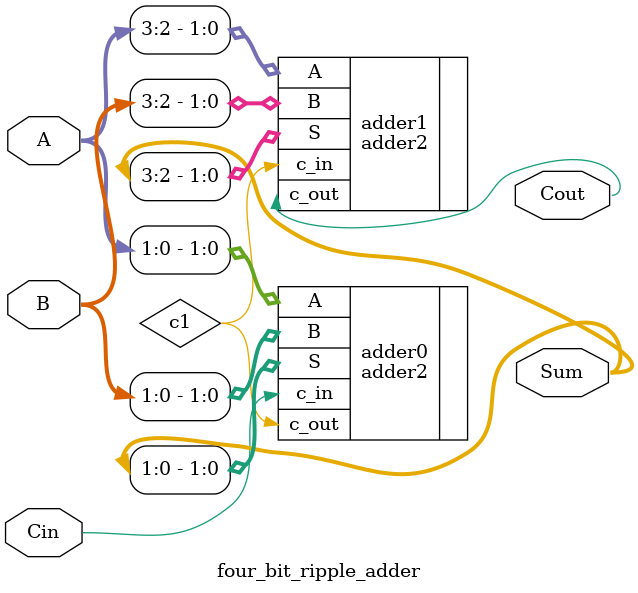
<source format=sv>
module four_bit_ripple_adder(input logic [3:0] A, B, 
								input logic Cin,
								output logic [3:0]Sum, 
								output logic Cout);

								
			logic c1;
			
		adder2 adder0(.A(A[1:0]), .B(B[1:0]), .c_in(Cin),.S(Sum[1:0]), .c_out(c1)); //2 bit adder
		adder2 adder1(.A(A[3:2]), .B(B[3:2]), .c_in(c1),.S(Sum[3:2]), .c_out(Cout)); //2 bit adder
								
endmodule

</source>
